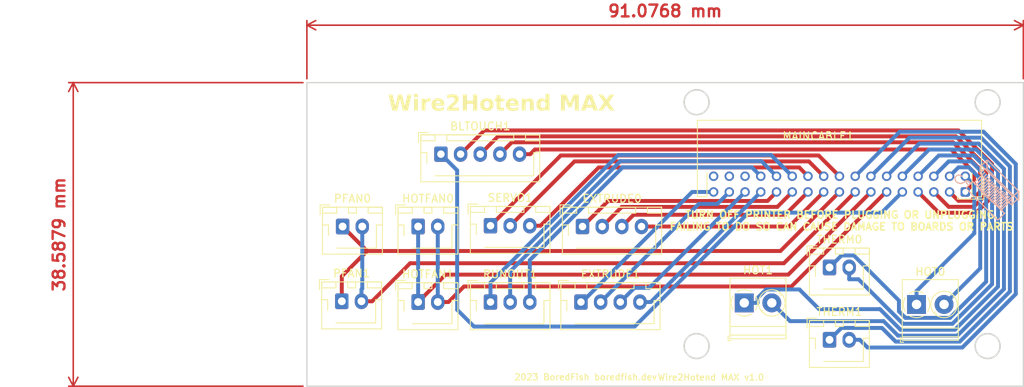
<source format=kicad_pcb>
(kicad_pcb (version 20221018) (generator pcbnew)
  (layers (0 "F.Cu" signal) (31 "B.Cu" signal) (34 "B.Paste" user) (35 "F.Paste" user) (36 "B.SilkS" user "B.Silkscreen") (37 "F.SilkS" user "F.Silkscreen") (38 "B.Mask" user) (39 "F.Mask" user) (44 "Edge.Cuts" user))
  (net 0 "")
  (net 1 "Net-(BLTOUCH1-Pin_1)")
  (net 2 "Net-(BLTOUCH1-Pin_2)")
  (net 3 "Net-(BLTOUCH1-Pin_3)")
  (net 4 "Net-(BLTOUCH1-Pin_4)")
  (net 5 "Net-(BLTOUCH1-Pin_5)")
  (net 6 "Net-(EXTRUDE0-Pin_4)")
  (net 7 "Net-(EXTRUDE0-Pin_3)")
  (net 8 "Net-(EXTRUDE0-Pin_2)")
  (net 9 "Net-(EXTRUDE0-Pin_1)")
  (net 10 "Net-(EXTRUDE1-Pin_4)")
  (net 11 "Net-(EXTRUDE1-Pin_3)")
  (net 12 "Net-(EXTRUDE1-Pin_2)")
  (net 13 "Net-(EXTRUDE1-Pin_1)")
  (net 14 "Net-(HOT0-Pin_2)")
  (net 15 "Net-(HOT0-Pin_1)")
  (net 16 "Net-(HOT1-Pin_2)")
  (net 17 "Net-(HOT1-Pin_1)")
  (net 18 "Net-(HOTFAN0-Pin_2)")
  (net 19 "Net-(HOTFAN0-Pin_1)")
  (net 23 "Net-(MAINCABLE1-Pin_28)")
  (net 24 "Net-(MAINCABLE1-Pin_26)")
  (net 25 "Net-(MAINCABLE1-Pin_24)")
  (net 26 "Net-(MAINCABLE1-Pin_22)")
  (net 27 "Net-(MAINCABLE1-Pin_20)")
  (net 28 "Net-(MAINCABLE1-Pin_18)")
  (net 29 "Net-(MAINCABLE1-Pin_17)")
  (net 30 "Net-(MAINCABLE1-Pin_16)")
  (net 31 "Net-(MAINCABLE1-Pin_15)")
  (net 32 "Net-(MAINCABLE1-Pin_14)")
  (net 33 "Net-(MAINCABLE1-Pin_8)")
  (net 34 "Net-(MAINCABLE1-Pin_6)")
  (footprint "Connector_JST:JST_XH_B2B-XH-AM_1x02_P2.50mm_Vertical" (layer "F.Cu") (at 78.6384 44.8929)
    (fp_text reference "THERM1" (at 1.25 -3.55) (layer "F.SilkS"))
    (fp_text value "Conn_01x02" hide)
    (pad "" np_thru_hole circle (at -1.6 2) (size 1.2 1.2) (drill 1.2) (layers "*.Cu" "*.Mask"))
    (pad "1" thru_hole roundrect (at 0 0) (size 1.7 2) (drill 1) (layers "*.Cu" "*.Mask") (roundrect_rratio 0.1470588235) (net 32 "Net-(MAINCABLE1-Pin_14)"))
    (pad "2" thru_hole oval (at 2.5 0) (size 1.7 2) (drill 1) (layers "*.Cu" "*.Mask") (net 30 "Net-(MAINCABLE1-Pin_16)"))
  )
  (footprint "Connector_JST:JST_PHD_S34B-PHDSS_2x17_P2.00mm_Horizontal" (layer "F.Cu") (at 95.9 26.1 180)
    (fp_text reference "MAINCABLE1" (at 18.7 7.1) (layer "F.SilkS"))
    (fp_text value "Conn_02x17_Odd_Even")
    (pad "1" thru_hole roundrect (at 0 0 180) (size 1.2 1.2) (drill 0.75) (layers "*.Cu" "*.Mask") (roundrect_rratio 0.2083333333) (net 5 "Net-(BLTOUCH1-Pin_5)"))
    (pad "2" thru_hole circle (at 0 2 180) (size 1.2 1.2) (drill 0.75) (layers "*.Cu" "*.Mask") (net 15 "Net-(HOT0-Pin_1)"))
    (pad "3" thru_hole circle (at 2 0 180) (size 1.2 1.2) (drill 0.75) (layers "*.Cu" "*.Mask") (net 4 "Net-(BLTOUCH1-Pin_4)"))
    (pad "4" thru_hole circle (at 2 2 180) (size 1.2 1.2) (drill 0.75) (layers "*.Cu" "*.Mask") (net 14 "Net-(HOT0-Pin_2)"))
    (pad "5" thru_hole circle (at 4 0 180) (size 1.2 1.2) (drill 0.75) (layers "*.Cu" "*.Mask") (net 3 "Net-(BLTOUCH1-Pin_3)"))
    (pad "6" thru_hole circle (at 4 2 180) (size 1.2 1.2) (drill 0.75) (layers "*.Cu" "*.Mask") (net 34 "Net-(MAINCABLE1-Pin_6)"))
    (pad "7" thru_hole circle (at 6 0 180) (size 1.2 1.2) (drill 0.75) (layers "*.Cu" "*.Mask") (net 2 "Net-(BLTOUCH1-Pin_2)"))
    (pad "8" thru_hole circle (at 6 2 180) (size 1.2 1.2) (drill 0.75) (layers "*.Cu" "*.Mask") (net 33 "Net-(MAINCABLE1-Pin_8)"))
    (pad "9" thru_hole circle (at 8 0 180) (size 1.2 1.2) (drill 0.75) (layers "*.Cu" "*.Mask") (net 1 "Net-(BLTOUCH1-Pin_1)"))
    (pad "10" thru_hole circle (at 8 2 180) (size 1.2 1.2) (drill 0.75) (layers "*.Cu" "*.Mask") (net 17 "Net-(HOT1-Pin_1)"))
    (pad "11" thru_hole circle (at 10 0 180) (size 1.2 1.2) (drill 0.75) (layers "*.Cu" "*.Mask") (net 18 "Net-(HOTFAN0-Pin_2)"))
    (pad "12" thru_hole circle (at 10 2 180) (size 1.2 1.2) (drill 0.75) (layers "*.Cu" "*.Mask") (net 16 "Net-(HOT1-Pin_2)"))
    (pad "13" thru_hole circle (at 12 0 180) (size 1.2 1.2) (drill 0.75) (layers "*.Cu" "*.Mask") (net 19 "Net-(HOTFAN0-Pin_1)"))
    (pad "14" thru_hole circle (at 12 2 180) (size 1.2 1.2) (drill 0.75) (layers "*.Cu" "*.Mask") (net 32 "Net-(MAINCABLE1-Pin_14)"))
    (pad "15" thru_hole circle (at 14 0 180) (size 1.2 1.2) (drill 0.75) (layers "*.Cu" "*.Mask") (net 31 "Net-(MAINCABLE1-Pin_15)"))
    (pad "16" thru_hole circle (at 14 2 180) (size 1.2 1.2) (drill 0.75) (layers "*.Cu" "*.Mask") (net 30 "Net-(MAINCABLE1-Pin_16)"))
    (pad "17" thru_hole circle (at 16 0 180) (size 1.2 1.2) (drill 0.75) (layers "*.Cu" "*.Mask") (net 29 "Net-(MAINCABLE1-Pin_17)"))
    (pad "18" thru_hole circle (at 16 2 180) (size 1.2 1.2) (drill 0.75) (layers "*.Cu" "*.Mask") (net 28 "Net-(MAINCABLE1-Pin_18)"))
    (pad "19" thru_hole circle (at 18 0 180) (size 1.2 1.2) (drill 0.75) (layers "*.Cu" "*.Mask") (net 6 "Net-(EXTRUDE0-Pin_4)"))
    (pad "20" thru_hole circle (at 18 2 180) (size 1.2 1.2) (drill 0.75) (layers "*.Cu" "*.Mask") (net 27 "Net-(MAINCABLE1-Pin_20)"))
    (pad "21" thru_hole circle (at 20 0 180) (size 1.2 1.2) (drill 0.75) (layers "*.Cu" "*.Mask") (net 7 "Net-(EXTRUDE0-Pin_3)"))
    (pad "22" thru_hole circle (at 20 2 180) (size 1.2 1.2) (drill 0.75) (layers "*.Cu" "*.Mask") (net 26 "Net-(MAINCABLE1-Pin_22)"))
    (pad "23" thru_hole circle (at 22 0 180) (size 1.2 1.2) (drill 0.75) (layers "*.Cu" "*.Mask") (net 8 "Net-(EXTRUDE0-Pin_2)"))
    (pad "24" thru_hole circle (at 22 2 180) (size 1.2 1.2) (drill 0.75) (layers "*.Cu" "*.Mask") (net 25 "Net-(MAINCABLE1-Pin_24)"))
    (pad "25" thru_hole circle (at 24 0 180) (size 1.2 1.2) (drill 0.75) (layers "*.Cu" "*.Mask") (net 9 "Net-(EXTRUDE0-Pin_1)"))
    (pad "26" thru_hole circle (at 24 2 180) (size 1.2 1.2) (drill 0.75) (layers "*.Cu" "*.Mask") (net 24 "Net-(MAINCABLE1-Pin_26)"))
    (pad "27" thru_hole circle (at 26 0 180) (size 1.2 1.2) (drill 0.75) (layers "*.Cu" "*.Mask") (net 10 "Net-(EXTRUDE1-Pin_4)"))
    (pad "28" thru_hole circle (at 26 2 180) (size 1.2 1.2) (drill 0.75) (layers "*.Cu" "*.Mask") (net 23 "Net-(MAINCABLE1-Pin_28)"))
    (pad "29" thru_hole circle (at 28 0 180) (size 1.2 1.2) (drill 0.75) (layers "*.Cu" "*.Mask") (net 11 "Net-(EXTRUDE1-Pin_3)"))
    (pad "30" thru_hole circle (at 28 2 180) (size 1.2 1.2) (drill 0.75) (layers "*.Cu" "*.Mask"))
    (pad "31" thru_hole circle (at 30 0 180) (size 1.2 1.2) (drill 0.75) (layers "*.Cu" "*.Mask") (net 12 "Net-(EXTRUDE1-Pin_2)"))
    (pad "32" thru_hole circle (at 30 2 180) (size 1.2 1.2) (drill 0.75) (layers "*.Cu" "*.Mask"))
    (pad "33" thru_hole circle (at 32 0 180) (size 1.2 1.2) (drill 0.75) (layers "*.Cu" "*.Mask") (net 13 "Net-(EXTRUDE1-Pin_1)"))
    (pad "34" thru_hole circle (at 32 2 180) (size 1.2 1.2) (drill 0.75) (layers "*.Cu" "*.Mask"))
  )
  (footprint "Connector_JST:JST_XH_B5B-XH-AM_1x05_P2.50mm_Vertical" (layer "F.Cu") (at 29.2384 21.2929)
    (fp_text reference "BLTOUCH1" (at 5 -3.55) (layer "F.SilkS"))
    (fp_text value "Conn_01x05" hide)
    (pad "" np_thru_hole circle (at -1.6 2) (size 1.2 1.2) (drill 1.2) (layers "*.Cu" "*.Mask"))
    (pad "1" thru_hole roundrect (at 0 0) (size 1.7 1.95) (drill 0.95) (layers "*.Cu" "*.Mask") (roundrect_rratio 0.1470588235) (net 1 "Net-(BLTOUCH1-Pin_1)"))
    (pad "2" thru_hole oval (at 2.5 0) (size 1.7 1.95) (drill 0.95) (layers "*.Cu" "*.Mask") (net 2 "Net-(BLTOUCH1-Pin_2)"))
    (pad "3" thru_hole oval (at 5 0) (size 1.7 1.95) (drill 0.95) (layers "*.Cu" "*.Mask") (net 3 "Net-(BLTOUCH1-Pin_3)"))
    (pad "4" thru_hole oval (at 7.5 0) (size 1.7 1.95) (drill 0.95) (layers "*.Cu" "*.Mask") (net 4 "Net-(BLTOUCH1-Pin_4)"))
    (pad "5" thru_hole oval (at 10 0) (size 1.7 1.95) (drill 0.95) (layers "*.Cu" "*.Mask") (net 5 "Net-(BLTOUCH1-Pin_5)"))
  )
  (footprint "TerminalBlock_Phoenix:TerminalBlock_Phoenix_PT-1,5-2-3.5-H_1x02_P3.50mm_Horizontal" (layer "F.Cu") (at 67.8 40.2)
    (fp_text reference "HOT1" (at 1.75 -4.16) (layer "F.SilkS"))
    (fp_text value "Screw_Terminal_01x02")
    (pad "1" thru_hole rect (at 0 0) (size 2.4 2.4) (drill 1.2) (layers "*.Cu" "*.Mask") (net 17 "Net-(HOT1-Pin_1)"))
    (pad "2" thru_hole circle (at 3.5 0) (size 2.4 2.4) (drill 1.2) (layers "*.Cu" "*.Mask") (net 16 "Net-(HOT1-Pin_2)"))
  )
  (footprint "Connector_JST:JST_XH_B4B-XH-AM_1x04_P2.50mm_Vertical" (layer "F.Cu") (at 47.0384 40.0929)
    (fp_text reference "EXTRUDE1" (at 3.75 -3.55) (layer "F.SilkS"))
    (fp_text value "Conn_01x04" hide)
    (pad "" np_thru_hole circle (at -1.6 2) (size 1.2 1.2) (drill 1.2) (layers "*.Cu" "*.Mask"))
    (pad "1" thru_hole roundrect (at 0 0) (size 1.7 1.95) (drill 0.95) (layers "*.Cu" "*.Mask") (roundrect_rratio 0.1470588235) (net 13 "Net-(EXTRUDE1-Pin_1)"))
    (pad "2" thru_hole oval (at 2.5 0) (size 1.7 1.95) (drill 0.95) (layers "*.Cu" "*.Mask") (net 12 "Net-(EXTRUDE1-Pin_2)"))
    (pad "3" thru_hole oval (at 5 0) (size 1.7 1.95) (drill 0.95) (layers "*.Cu" "*.Mask") (net 11 "Net-(EXTRUDE1-Pin_3)"))
    (pad "4" thru_hole oval (at 7.5 0) (size 1.7 1.95) (drill 0.95) (layers "*.Cu" "*.Mask") (net 10 "Net-(EXTRUDE1-Pin_4)"))
  )
  (footprint "Connector_JST:JST_XH_B2B-XH-AM_1x02_P2.50mm_Vertical" (layer "F.Cu") (at 16.6384 39.9929)
    (fp_text reference "PFAN1" (at 1.25 -3.55) (layer "F.SilkS"))
    (fp_text value "Conn_01x02" hide)
    (pad "" np_thru_hole circle (at -1.6 2) (size 1.2 1.2) (drill 1.2) (layers "*.Cu" "*.Mask"))
    (pad "1" thru_hole roundrect (at 0 0) (size 1.7 2) (drill 1) (layers "*.Cu" "*.Mask") (roundrect_rratio 0.1470588235) (net 29 "Net-(MAINCABLE1-Pin_17)"))
    (pad "2" thru_hole oval (at 2.5 0) (size 1.7 2) (drill 1) (layers "*.Cu" "*.Mask") (net 31 "Net-(MAINCABLE1-Pin_15)"))
  )
  (footprint "Connector_JST:JST_XH_B2B-XH-AM_1x02_P2.50mm_Vertical" (layer "F.Cu") (at 78.6384 35.6929)
    (fp_text reference "THERM0" (at 1.25 -3.55) (layer "F.SilkS"))
    (fp_text value "Conn_01x02" hide)
    (pad "" np_thru_hole circle (at -1.6 2) (size 1.2 1.2) (drill 1.2) (layers "*.Cu" "*.Mask"))
    (pad "1" thru_hole roundrect (at 0 0) (size 1.7 2) (drill 1) (layers "*.Cu" "*.Mask") (roundrect_rratio 0.1470588235) (net 34 "Net-(MAINCABLE1-Pin_6)"))
    (pad "2" thru_hole oval (at 2.5 0) (size 1.7 2) (drill 1) (layers "*.Cu" "*.Mask") (net 33 "Net-(MAINCABLE1-Pin_8)"))
  )
  (footprint "TerminalBlock_Phoenix:TerminalBlock_Phoenix_PT-1,5-2-3.5-H_1x02_P3.50mm_Horizontal" (layer "F.Cu") (at 89.7 40.4)
    (fp_text reference "HOT0" (at 1.75 -4.16) (layer "F.SilkS"))
    (fp_text value "Screw_Terminal_01x02")
    (pad "1" thru_hole rect (at 0 0) (size 2.4 2.4) (drill 1.2) (layers "*.Cu" "*.Mask") (net 15 "Net-(HOT0-Pin_1)"))
    (pad "2" thru_hole circle (at 3.5 0) (size 2.4 2.4) (drill 1.2) (layers "*.Cu" "*.Mask") (net 14 "Net-(HOT0-Pin_2)"))
  )
  (footprint "Connector_JST:JST_XH_B3B-XH-AM_1x03_P2.50mm_Vertical" (layer "F.Cu") (at 35.5384 30.3929)
    (fp_text reference "SERVO1" (at 2.5 -3.55) (layer "F.SilkS"))
    (fp_text value "Conn_01x03" hide)
    (pad "" np_thru_hole circle (at -1.6 2) (size 1.2 1.2) (drill 1.2) (layers "*.Cu" "*.Mask"))
    (pad "1" thru_hole roundrect (at 0 0) (size 1.7 1.95) (drill 0.95) (layers "*.Cu" "*.Mask") (roundrect_rratio 0.1470588235) (net 28 "Net-(MAINCABLE1-Pin_18)"))
    (pad "2" thru_hole oval (at 2.5 0) (size 1.7 1.95) (drill 0.95) (layers "*.Cu" "*.Mask") (net 27 "Net-(MAINCABLE1-Pin_20)"))
    (pad "3" thru_hole oval (at 5 0) (size 1.7 1.95) (drill 0.95) (layers "*.Cu" "*.Mask") (net 26 "Net-(MAINCABLE1-Pin_22)"))
  )
  (footprint "Connector_JST:JST_XH_B3B-XH-AM_1x03_P2.50mm_Vertical" (layer "F.Cu") (at 35.5384 40.0929)
    (fp_text reference "RUNOUT1" (at 2.5 -3.55) (layer "F.SilkS"))
    (fp_text value "Conn_01x03" hide)
    (pad "" np_thru_hole circle (at -1.6 2) (size 1.2 1.2) (drill 1.2) (layers "*.Cu" "*.Mask"))
    (pad "1" thru_hole roundrect (at 0 0) (size 1.7 1.95) (drill 0.95) (layers "*.Cu" "*.Mask") (roundrect_rratio 0.1470588235) (net 25 "Net-(MAINCABLE1-Pin_24)"))
    (pad "2" thru_hole oval (at 2.5 0) (size 1.7 1.95) (drill 0.95) (layers "*.Cu" "*.Mask") (net 24 "Net-(MAINCABLE1-Pin_26)"))
    (pad "3" thru_hole oval (at 5 0) (size 1.7 1.95) (drill 0.95) (layers "*.Cu" "*.Mask") (net 23 "Net-(MAINCABLE1-Pin_28)"))
  )
  (footprint "Connector_JST:JST_XH_B4B-XH-AM_1x04_P2.50mm_Vertical" (layer "F.Cu") (at 47.2384 30.4929)
    (fp_text reference "EXTRUDE0" (at 3.75 -3.55) (layer "F.SilkS"))
    (fp_text value "Conn_01x04" hide)
    (pad "" np_thru_hole circle (at -1.6 2) (size 1.2 1.2) (drill 1.2) (layers "*.Cu" "*.Mask"))
    (pad "1" thru_hole roundrect (at 0 0) (size 1.7 1.95) (drill 0.95) (layers "*.Cu" "*.Mask") (roundrect_rratio 0.1470588235) (net 9 "Net-(EXTRUDE0-Pin_1)"))
    (pad "2" thru_hole oval (at 2.5 0) (size 1.7 1.95) (drill 0.95) (layers "*.Cu" "*.Mask") (net 8 "Net-(EXTRUDE0-Pin_2)"))
    (pad "3" thru_hole oval (at 5 0) (size 1.7 1.95) (drill 0.95) (layers "*.Cu" "*.Mask") (net 7 "Net-(EXTRUDE0-Pin_3)"))
    (pad "4" thru_hole oval (at 7.5 0) (size 1.7 1.95) (drill 0.95) (layers "*.Cu" "*.Mask") (net 6 "Net-(EXTRUDE0-Pin_4)"))
  )
  (footprint "Connector_JST:JST_XH_B2B-XH-AM_1x02_P2.50mm_Vertical" (layer "F.Cu") (at 16.7384 30.4929)
    (fp_text reference "PFAN0" (at 1.25 -3.55) (layer "F.SilkS"))
    (fp_text value "Conn_01x02" hide)
    (pad "" np_thru_hole circle (at -1.6 2) (size 1.2 1.2) (drill 1.2) (layers "*.Cu" "*.Mask"))
    (pad "1" thru_hole roundrect (at 0 0) (size 1.7 2) (drill 1) (layers "*.Cu" "*.Mask") (roundrect_rratio 0.1470588235) (net 29 "Net-(MAINCABLE1-Pin_17)"))
    (pad "2" thru_hole oval (at 2.5 0) (size 1.7 2) (drill 1) (layers "*.Cu" "*.Mask") (net 31 "Net-(MAINCABLE1-Pin_15)"))
  )
  (footprint "Connector_JST:JST_XH_B2B-XH-AM_1x02_P2.50mm_Vertical" (layer "F.Cu") (at 26.3384 40.0929)
    (fp_text reference "HOTFAN1" (at 1.25 -3.55) (layer "F.SilkS"))
    (fp_text value "Conn_01x02" hide)
    (pad "" np_thru_hole circle (at -1.6 2) (size 1.2 1.2) (drill 1.2) (layers "*.Cu" "*.Mask"))
    (pad "1" thru_hole roundrect (at 0 0) (size 1.7 2) (drill 1) (layers "*.Cu" "*.Mask") (roundrect_rratio 0.1470588235) (net 19 "Net-(HOTFAN0-Pin_1)"))
    (pad "2" thru_hole oval (at 2.5 0) (size 1.7 2) (drill 1) (layers "*.Cu" "*.Mask") (net 18 "Net-(HOTFAN0-Pin_2)"))
  )
  (footprint "Connector_JST:JST_XH_B2B-XH-AM_1x02_P2.50mm_Vertical" (layer "F.Cu") (at 26.3384 30.4929)
    (fp_text reference "HOTFAN0" (at 1.25 -3.55) (layer "F.SilkS"))
    (fp_text value "Conn_01x02" hide)
    (pad "" np_thru_hole circle (at -1.6 2) (size 1.2 1.2) (drill 1.2) (layers "*.Cu" "*.Mask"))
    (pad "1" thru_hole roundrect (at 0 0) (size 1.7 2) (drill 1) (layers "*.Cu" "*.Mask") (roundrect_rratio 0.1470588235) (net 19 "Net-(HOTFAN0-Pin_1)"))
    (pad "2" thru_hole oval (at 2.5 0) (size 1.7 2) (drill 1) (layers "*.Cu" "*.Mask") (net 18 "Net-(HOTFAN0-Pin_2)"))
  )
  (gr_line (start 100.6898 26.0229) (end 99.4452 27.2675) (stroke (width 0.1524)) (layer "B.SilkS"))
  (gr_line (start 101.0962 26.3023) (end 99.8516 27.5469) (stroke (width 0.1524)) (layer "B.SilkS"))
  (gr_line (start 98.5816 23.8639) (end 97.337 25.1085) (stroke (width 0.1524)) (layer "B.SilkS"))
  (gr_line (start 102.0614 26.5817) (end 101.9598 26.5817) (stroke (width 0.1524)) (layer "B.SilkS"))
  (gr_line (start 98.6578 23.1781) (end 98.6578 23.1527) (stroke (width 0.1524)) (layer "B.SilkS"))
  (gr_line (start 98.988 24.3719) (end 97.7434 25.6165) (stroke (width 0.1524)) (layer "B.SilkS"))
  (gr_line (start 96.2956 24.7021) (end 96.067 24.7021) (stroke (width 0.1524)) (layer "B.SilkS"))
  (gr_line (start 101.4772 26.6579) (end 100.2326 27.9025) (stroke (width 0.1524)) (layer "B.SilkS"))
  (gr_line (start 99.9786 29.6297) (end 96.2194 25.8705) (stroke (width 0.1524)) (layer "B.SilkS"))
  (gr_line (start 100.0548 27.6993) (end 100.0548 27.9533) (stroke (width 0.1524)) (layer "B.SilkS"))
  (gr_line (start 96.7782 24.7275) (end 100.8422 28.7915) (stroke (width 0.1524)) (layer "B.SilkS"))
  (gr_line (start 98.353 23.6099) (end 97.1084 24.8545) (stroke (width 0.1524)) (layer "B.SilkS"))
  (gr_line (start 97.5402 25.3879) (end 97.5402 25.6419) (stroke (width 0.1524)) (layer "B.SilkS"))
  (gr_line (start 102.6202 26.0229) (end 102.0614 26.5817) (stroke (width 0.1524)) (layer "B.SilkS"))
  (gr_line (start 102.5948 27.1151) (end 98.6578 23.1781) (stroke (width 0.1524)) (layer "B.SilkS"))
  (gr_line (start 100.893 26.1753) (end 99.6484 27.4199) (stroke (width 0.1524)) (layer "B.SilkS"))
  (gr_line (start 100.0802 29.6297) (end 99.9786 29.6297) (stroke (width 0.1524)) (layer "B.SilkS"))
  (gr_line (start 100.9184 28.7915) (end 100.0802 29.6297) (stroke (width 0.1524)) (layer "B.SilkS"))
  (gr_line (start 98.353 23.1527) (end 97.7688 23.7369) (stroke (width 0.1524)) (layer "B.SilkS"))
  (gr_line (start 102.417 27.0897) (end 101.8328 27.6739) (stroke (width 0.1524)) (layer "B.SilkS"))
  (gr_line (start 96.067 24.9815) (end 96.2702 25.1847) (stroke (width 0.1524)) (layer "B.SilkS"))
  (gr_line (start 100.2834 25.6927) (end 99.0388 26.9373) (stroke (width 0.1524)) (layer "B.SilkS"))
  (gr_line (start 100.8422 28.7915) (end 100.9184 28.7915) (stroke (width 0.1524)) (layer "B.SilkS"))
  (gr_line (start 99.4452 27.2675) (end 99.4452 27.5215) (stroke (width 0.1524)) (layer "B.SilkS"))
  (gr_arc (start 94.924 24.9053) (mid 94.668715 24.180612) (end 95.431999 24.092502) (stroke (width 0.1524)) (layer "B.SilkS"))
  (gr_line (start 98.6578 23.1527) (end 98.353 23.1527) (stroke (width 0.1524)) (layer "B.SilkS"))
  (gr_line (start 101.7312 27.6993) (end 97.7942 23.7623) (stroke (width 0.1524)) (layer "B.SilkS"))
  (gr_line (start 100.5882 28.2581) (end 100.5882 28.5121) (stroke (width 0.1524)) (layer "B.SilkS"))
  (gr_line (start 97.337 25.1085) (end 97.337 25.3625) (stroke (width 0.1524)) (layer "B.SilkS"))
  (gr_line (start 96.067 25.5149) (end 96.829 24.7529) (stroke (width 0.1524)) (layer "B.SilkS"))
  (gr_line (start 97.7942 23.7623) (end 97.7942 22.6447) (stroke (width 0.1524)) (layer "B.SilkS"))
  (gr_line (start 96.067 24.7021) (end 96.067 24.9815) (stroke (width 0.1524)) (layer "B.SilkS"))
  (gr_line (start 100.4358 28.0803) (end 100.4358 28.3343) (stroke (width 0.1524)) (layer "B.SilkS"))
  (gr_line (start 101.2994 26.4547) (end 100.0548 27.6993) (stroke (width 0.1524)) (layer "B.SilkS"))
  (gr_line (start 102.6964 26.0229) (end 102.6964 27.1405) (stroke (width 0.1524)) (layer "B.SilkS"))
  (gr_line (start 98.6578 23.1527) (end 98.6578 22.0605) (stroke (width 0.1524)) (layer "B.SilkS"))
  (gr_line (start 98.6578 26.6071) (end 98.6578 26.8611) (stroke (width 0.1524)) (layer "B.SilkS"))
  (gr_line (start 96.067 25.8705) (end 96.067 25.5149) (stroke (width 0.1524)) (layer "B.SilkS"))
  (gr_arc (start 95.4828 25.0069) (mid 95.222298 25.012136) (end 94.9748 24.930701) (stroke (width 0.1524)) (layer "B.SilkS"))
  (gr_line (start 99.242 27.1151) (end 99.242 27.3691) (stroke (width 0.1524)) (layer "B.SilkS"))
  (gr_line (start 99.6484 27.4199) (end 99.6484 27.6739) (stroke (width 0.1524)) (layer "B.SilkS"))
  (gr_line (start 99.5468 24.9815) (end 98.3022 26.2261) (stroke (width 0.1524)) (layer "B.SilkS"))
  (gr_line (start 98.7594 22.0859) (end 102.6964 26.0229) (stroke (width 0.1524)) (layer "B.SilkS"))
  (gr_line (start 99.3436 24.8037) (end 98.099 26.0483) (stroke (width 0.1524)) (layer "B.SilkS"))
  (gr_line (start 97.9212 25.8451) (end 97.9212 26.0991) (stroke (width 0.1524)) (layer "B.SilkS"))
  (gr_line (start 98.3022 26.2261) (end 98.3022 26.4801) (stroke (width 0.1524)) (layer "B.SilkS"))
  (gr_line (start 101.8328 26.6071) (end 101.8328 27.6739) (stroke (width 0.1524)) (layer "B.SilkS"))
  (gr_line (start 99.8516 27.5469) (end 99.8516 27.8009) (stroke (width 0.1524)) (layer "B.SilkS"))
  (gr_line (start 97.7434 25.6165) (end 97.7434 25.8705) (stroke (width 0.1524)) (layer "B.SilkS"))
  (gr_line (start 98.4546 26.4293) (end 98.4546 26.6833) (stroke (width 0.1524)) (layer "B.SilkS"))
  (gr_line (start 101.6804 26.8357) (end 100.4358 28.0803) (stroke (width 0.1524)) (layer "B.SilkS"))
  (gr_line (start 99.1658 24.6005) (end 97.9212 25.8451) (stroke (width 0.1524)) (layer "B.SilkS"))
  (gr_line (start 100.1056 25.4895) (end 98.861 26.7341) (stroke (width 0.1524)) (layer "B.SilkS"))
  (gr_line (start 97.8958 22.6701) (end 101.8328 26.6071) (stroke (width 0.1524)) (layer "B.SilkS"))
  (gr_arc (start 96.0162 24.6259) (mid 95.789383 24.848105) (end 95.4828 24.9307) (stroke (width 0.1524)) (layer "B.SilkS"))
  (gr_line (start 100.2326 27.9025) (end 100.2326 28.1565) (stroke (width 0.1524)) (layer "B.SilkS"))
  (gr_line (start 100.4866 25.8705) (end 99.242 27.1151) (stroke (width 0.1524)) (layer "B.SilkS"))
  (gr_line (start 101.8328 27.0135) (end 100.5882 28.2581) (stroke (width 0.1524)) (layer "B.SilkS"))
  (gr_line (start 102.671 27.0897) (end 102.417 27.0897) (stroke (width 0.1524)) (layer "B.SilkS"))
  (gr_line (start 99.9024 25.3625) (end 98.6578 26.6071) (stroke (width 0.1524)) (layer "B.SilkS"))
  (gr_line (start 97.1084 24.8545) (end 97.1084 25.1085) (stroke (width 0.1524)) (layer "B.SilkS"))
  (gr_line (start 99.0388 26.9373) (end 99.0388 27.1913) (stroke (width 0.1524)) (layer "B.SilkS"))
  (gr_line (start 98.099 26.0483) (end 98.099 26.3023) (stroke (width 0.1524)) (layer "B.SilkS"))
  (gr_line (start 96.4988 24.9053) (end 96.2956 24.7021) (stroke (width 0.1524)) (layer "B.SilkS"))
  (gr_line (start 98.607 22.0859) (end 98.0228 22.6701) (stroke (width 0.1524)) (layer "B.SilkS"))
  (gr_line (start 96.2194 25.8705) (end 96.067 25.8705) (stroke (width 0.1524)) (layer "B.SilkS"))
  (gr_line (start 98.7848 24.1433) (end 97.5402 25.3879) (stroke (width 0.1524)) (layer "B.SilkS"))
  (gr_line (start 99.6992 25.1847) (end 98.4546 26.4293) (stroke (width 0.1524)) (layer "B.SilkS"))
  (gr_line (start 98.0228 22.6701) (end 97.8958 22.6701) (stroke (width 0.1524)) (layer "B.SilkS"))
  (gr_line (start 98.861 26.7341) (end 98.861 26.9881) (stroke (width 0.1524)) (layer "B.SilkS"))
  (gr_line (start 101.8328 27.6739) (end 101.8328 27.7247) (stroke (width 0.1524)) (layer "B.SilkS"))
  (gr_line (start 57.7384 12.2) (end 12.2 12.2) (stroke (width 0.1524)) (layer "Edge.Cuts"))
  (gr_line (start 103.2768 50.7879) (end 57.7384 50.7879) (stroke (width 0.1524)) (layer "Edge.Cuts"))
  (gr_circle (center 98.7384 14.6929) (end 99.6384 13.3929) (stroke (width 0.2)) (fill none) (layer "Edge.Cuts"))
  (gr_circle (center 61.7384 14.6929) (end 62.6384 13.3929) (stroke (width 0.2)) (fill none) (layer "Edge.Cuts"))
  (gr_line (start 103.2768 50.7879) (end 103.2768 12.2) (stroke (width 0.1524)) (layer "Edge.Cuts"))
  (gr_circle (center 61.7384 45.6929) (end 62.6384 44.3929) (stroke (width 0.2)) (fill none) (layer "Edge.Cuts"))
  (gr_line (start 57.7384 50.7879) (end 12.2 50.7879) (stroke (width 0.1524)) (layer "Edge.Cuts"))
  (gr_line (start 12.2 50.7879) (end 12.2 12.2) (stroke (width 0.1524)) (layer "Edge.Cuts"))
  (gr_line (start 103.2768 12.2) (end 57.7384 12.2) (stroke (width 0.1524)) (layer "Edge.Cuts"))
  (gr_circle (center 98.7384 45.6929) (end 99.6384 44.3929) (stroke (width 0.2)) (fill none) (layer "Edge.Cuts"))
  (gr_text "TURN OFF PRINTER BEFORE PLUGGING OR UNPLUGGING.\nFAILING TO DO SO CAN CAUSE DAMAGE TO BOARDS OR PARTS" (at 80.1666 29.7567) (layer "F.SilkS") (effects (font (size 0.93472 0.93472) (thickness 0.2) bold)))
  (gr_text "Wire2Hotend MAX v1.0" (at 70.4 49.2) (layer "F.SilkS") (effects (font (size 0.8 0.8) (thickness 0.140208) bold) (justify right top)))
  (gr_text "2023 BoredFish boredfish.dev" (at 38.5 50.1) (layer "F.SilkS") (effects (font (size 0.8 0.8) (thickness 0.140208) bold) (justify left bottom)))
  (gr_text "Wire2Hotend MAX" (at 22.5 16.1) (layer "F.SilkS") (effects (font (size 2 2) (thickness 0.2) bold italic) (justify left bottom)))
  (dimension (type aligned) (layer "F.Cu") (pts (xy 103.2768 12.2) (xy 12.2 12.2)) (height 7.3) (gr_text "91.0768 mm" (at 57.7384 3.1) (layer "F.Cu") (effects (font (size 1.5 1.5) (thickness 0.3)))) (format (prefix "") (suffix "") (units 3) (units_format 1) (precision 4)) (style (thickness 0.2) (arrow_length 1.27) (text_position_mode 0) (extension_height 0.58642) (extension_offset 0.5) keep_text_aligned))
  (dimension (type aligned) (layer "F.Cu") (pts (xy 12.2 50.7879) (xy 12.2 12.2)) (height -29.7) (gr_text "38.5879 mm" (at -19.3 31.49395 90) (layer "F.Cu") (effects (font (size 1.5 1.5) (thickness 0.3)))) (format (prefix "") (suffix "") (units 3) (units_format 1) (precision 4)) (style (thickness 0.2) (arrow_length 1.27) (text_position_mode 0) (extension_height 0.58642) (extension_offset 0.5) keep_text_aligned))
  (segment (start 33.4379 43.2066) (end 53.86 43.2066) (width 0.5) (layer "B.Cu") (net 1))
  (segment (start 85.2732 28.7268) (end 87.9 26.1) (width 0.5) (layer "B.Cu") (net 1))
  (segment (start 31.2988 41.0675) (end 33.4379 43.2066) (width 0.5) (layer "B.Cu") (net 1))
  (segment (start 31.2988 23.3533) (end 31.2988 41.0675) (width 0.5) (layer "B.Cu") (net 1))
  (segment (start 68.3398 28.7268) (end 85.2732 28.7268) (width 0.5) (layer "B.Cu") (net 1))
  (segment (start 29.2384 21.2929) (end 31.2988 23.3533) (width 0.5) (layer "B.Cu") (net 1))
  (segment (start 53.86 43.2066) (end 68.3398 28.7268) (width 0.5) (layer "B.Cu") (net 1))
  (segment (start 34.7549 18.2764) (end 31.7384 21.2929) (width 0.5) (layer "F.Cu") (net 2))
  (segment (start 99.2982 26.7277) (end 99.2982 22.559) (width 0.5) (layer "F.Cu") (net 2))
  (segment (start 95.0156 18.2764) (end 34.7549 18.2764) (width 0.5) (layer "F.Cu") (net 2))
  (segment (start 92.5443 28.7443) (end 97.2816 28.7443) (width 0.5) (layer "F.Cu") (net 2))
  (segment (start 89.9 26.1) (end 92.5443 28.7443) (width 0.5) (layer "F.Cu") (net 2))
  (segment (start 97.2816 28.7443) (end 99.2982 26.7277) (width 0.5) (layer "F.Cu") (net 2))
  (segment (start 99.2982 22.559) (end 95.0156 18.2764) (width 0.5) (layer "F.Cu") (net 2))
  (segment (start 94.7031 19.0305) (end 98.5441 22.8715) (width 0.5) (layer "F.Cu") (net 3))
  (segment (start 36.5008 19.0305) (end 94.7031 19.0305) (width 0.5) (layer "F.Cu") (net 3))
  (segment (start 96.9691 27.9902) (end 93.7902 27.9902) (width 0.5) (layer "F.Cu") (net 3))
  (segment (start 34.2384 21.2929) (end 36.5008 19.0305) (width 0.5) (layer "F.Cu") (net 3))
  (segment (start 98.5441 26.4152) (end 96.9691 27.9902) (width 0.5) (layer "F.Cu") (net 3))
  (segment (start 98.5441 22.8715) (end 98.5441 26.4152) (width 0.5) (layer "F.Cu") (net 3))
  (segment (start 93.7902 27.9902) (end 91.9 26.1) (width 0.5) (layer "F.Cu") (net 3))
  (segment (start 36.7384 21.2929) (end 38.2466 19.7847) (width 0.5) (layer "F.Cu") (net 4))
  (segment (start 97.7797 26.0668) (end 96.6262 27.2203) (width 0.5) (layer "F.Cu") (net 4))
  (segment (start 95.0203 27.2203) (end 93.9 26.1) (width 0.5) (layer "F.Cu") (net 4))
  (segment (start 96.6262 27.2203) (end 95.0203 27.2203) (width 0.5) (layer "F.Cu") (net 4))
  (segment (start 97.7797 23.2389) (end 97.7797 26.0668) (width 0.5) (layer "F.Cu") (net 4))
  (segment (start 38.2466 19.7847) (end 94.3255 19.7847) (width 0.5) (layer "F.Cu") (net 4))
  (segment (start 94.3255 19.7847) (end 97.7797 23.2389) (width 0.5) (layer "F.Cu") (net 4))
  (segment (start 41.1826 20.7028) (end 94.0973 20.7028) (width 0.5) (layer "F.Cu") (net 5))
  (segment (start 97.013 23.6185) (end 97.013 24.987) (width 0.5) (layer "F.Cu") (net 5))
  (segment (start 39.2384 21.2929) (end 40.5925 21.2929) (width 0.5) (layer "F.Cu") (net 5))
  (segment (start 94.0973 20.7028) (end 97.013 23.6185) (width 0.5) (layer "F.Cu") (net 5))
  (segment (start 40.5925 21.2929) (end 41.1826 20.7028) (width 0.5) (layer "F.Cu") (net 5))
  (segment (start 97.013 24.987) (end 95.9 26.1) (width 0.5) (layer "F.Cu") (net 5))
  (segment (start 54.7384 30.4929) (end 56.0925 30.4929) (width 0.5) (layer "F.Cu") (net 6))
  (segment (start 77.9 26.1) (end 73.5071 30.4929) (width 0.5) (layer "F.Cu") (net 6))
  (segment (start 73.5071 30.4929) (end 56.0925 30.4929) (width 0.5) (layer "F.Cu") (net 6))
  (segment (start 73.0014 28.9986) (end 75.9 26.1) (width 0.5) (layer "F.Cu") (net 7))
  (segment (start 53.7327 28.9986) (end 73.0014 28.9986) (width 0.5) (layer "F.Cu") (net 7))
  (segment (start 52.2384 30.4929) (end 53.7327 28.9986) (width 0.5) (layer "F.Cu") (net 7))
  (segment (start 72.0024 27.9976) (end 73.9 26.1) (width 0.5) (layer "F.Cu") (net 8))
  (segment (start 52.2337 27.9976) (end 72.0024 27.9976) (width 0.5) (layer "F.Cu") (net 8))
  (segment (start 49.7384 30.4929) (end 52.2337 27.9976) (width 0.5) (layer "F.Cu") (net 8))
  (segment (start 47.2384 30.4929) (end 50.4878 27.2435) (width 0.5) (layer "F.Cu") (net 9))
  (segment (start 70.7565 27.2435) (end 71.9 26.1) (width 0.5) (layer "F.Cu") (net 9))
  (segment (start 50.4878 27.2435) (end 70.7565 27.2435) (width 0.5) (layer "F.Cu") (net 9))
  (segment (start 54.5384 40.0929) (end 55.9071 40.0929) (width 0.5) (layer "B.Cu") (net 10))
  (segment (start 55.9071 40.0929) (end 69.9 26.1) (width 0.5) (layer "B.Cu") (net 10))
  (segment (start 52.0384 40.0929) (end 53.8408 38.2905) (width 0.5) (layer "B.Cu") (net 11))
  (segment (start 53.8408 38.2905) (end 55.7095 38.2905) (width 0.5) (layer "B.Cu") (net 11))
  (segment (start 55.7095 38.2905) (end 67.9 26.1) (width 0.5) (layer "B.Cu") (net 11))
  (segment (start 64.3795 27.6205) (end 65.9 26.1) (width 0.5) (layer "B.Cu") (net 12))
  (segment (start 49.5384 40.0929) (end 62.0108 27.6205) (width 0.5) (layer "B.Cu") (net 12))
  (segment (start 62.0108 27.6205) (end 64.3795 27.6205) (width 0.5) (layer "B.Cu") (net 12))
  (segment (start 47.1784 40.0929) (end 61.1713 26.1) (width 0.5) (layer "B.Cu") (net 13))
  (segment (start 47.0384 40.0929) (end 47.1784 40.0929) (width 0.5) (layer "B.Cu") (net 13))
  (segment (start 61.1713 26.1) (end 63.9 26.1) (width 0.5) (layer "B.Cu") (net 13))
  (segment (start 95.0309 22.9691) (end 93.9 24.1) (width 0.5) (layer "B.Cu") (net 14))
  (segment (start 93.2 40.4) (end 97.795 35.805) (width 0.5) (layer "B.Cu") (net 14))
  (segment (start 96.3446 22.9691) (end 95.0309 22.9691) (width 0.5) (layer "B.Cu") (net 14))
  (segment (start 97.795 35.805) (end 97.795 24.4195) (width 0.5) (layer "B.Cu") (net 14))
  (segment (start 97.795 24.4195) (end 96.3446 22.9691) (width 0.5) (layer "B.Cu") (net 14))
  (segment (start 89.7 38.6959) (end 97.0393 31.3566) (width 0.5) (layer "B.Cu") (net 15))
  (segment (start 97.0393 25.2393) (end 95.9 24.1) (width 0.5) (layer "B.Cu") (net 15))
  (segment (start 89.7 40.4) (end 89.7 38.6959) (width 0.5) (layer "B.Cu") (net 15))
  (segment (start 97.0393 31.3566) (end 97.0393 25.2393) (width 0.5) (layer "B.Cu") (net 15))
  (segment (start 90.0473 19.9527) (end 85.9 24.1) (width 0.5) (layer "B.Cu") (net 16))
  (segment (start 100.8114 38.4436) (end 100.8114 23.1695) (width 0.5) (layer "B.Cu") (net 16))
  (segment (start 87.3537 44.3664) (end 94.8886 44.3664) (width 0.5) (layer "B.Cu") (net 16))
  (segment (start 85.5067 42.5194) (end 87.3537 44.3664) (width 0.5) (layer "B.Cu") (net 16))
  (segment (start 71.3 40.2) (end 73.6194 42.5194) (width 0.5) (layer "B.Cu") (net 16))
  (segment (start 73.6194 42.5194) (end 85.5067 42.5194) (width 0.5) (layer "B.Cu") (net 16))
  (segment (start 97.5946 19.9527) (end 90.0473 19.9527) (width 0.5) (layer "B.Cu") (net 16))
  (segment (start 100.8114 23.1695) (end 97.5946 19.9527) (width 0.5) (layer "B.Cu") (net 16))
  (segment (start 94.8886 44.3664) (end 100.8114 38.4436) (width 0.5) (layer "B.Cu") (net 16))
  (segment (start 100.0573 38.1311) (end 100.0573 23.482) (width 0.5) (layer "B.Cu") (net 17))
  (segment (start 69.5041 39.561) (end 70.5743 38.4908) (width 0.5) (layer "B.Cu") (net 17))
  (segment (start 97.2821 20.7068) (end 91.2932 20.7068) (width 0.5) (layer "B.Cu") (net 17))
  (segment (start 100.0573 23.482) (end 97.2821 20.7068) (width 0.5) (layer "B.Cu") (net 17))
  (segment (start 87.6662 43.6123) (end 94.5761 43.6123) (width 0.5) (layer "B.Cu") (net 17))
  (segment (start 69.5041 40.2) (end 69.5041 39.561) (width 0.5) (layer "B.Cu") (net 17))
  (segment (start 67.8 40.2) (end 69.5041 40.2) (width 0.5) (layer "B.Cu") (net 17))
  (segment (start 74.8067 38.4908) (end 77.3085 40.9926) (width 0.5) (layer "B.Cu") (net 17))
  (segment (start 77.3085 40.9926) (end 85.0465 40.9926) (width 0.5) (layer "B.Cu") (net 17))
  (segment (start 94.5761 43.6123) (end 100.0573 38.1311) (width 0.5) (layer "B.Cu") (net 17))
  (segment (start 91.2932 20.7068) (end 87.9 24.1) (width 0.5) (layer "B.Cu") (net 17))
  (segment (start 70.5743 38.4908) (end 74.8067 38.4908) (width 0.5) (layer "B.Cu") (net 17))
  (segment (start 85.0465 40.9926) (end 87.6662 43.6123) (width 0.5) (layer "B.Cu") (net 17))
  (segment (start 73.7986 38.1149) (end 32.1705 38.1149) (width 0.5) (layer "F.Cu") (net 18))
  (segment (start 28.8384 40.0929) (end 30.1925 40.0929) (width 0.5) (layer "F.Cu") (net 18))
  (segment (start 85.9 26.1) (end 85.8135 26.1) (width 0.5) (layer "F.Cu") (net 18))
  (segment (start 85.8135 26.1) (end 73.7986 38.1149) (width 0.5) (layer "F.Cu") (net 18))
  (segment (start 32.1705 38.1149) (end 30.1925 40.0929) (width 0.5) (layer "F.Cu") (net 18))
  (segment (start 28.8384 30.4929) (end 28.8384 40.0929) (width 0.5) (layer "B.Cu") (net 18))
  (segment (start 83.9 26.1) (end 73.3934 36.6066) (width 0.5) (layer "F.Cu") (net 19))
  (segment (start 29.8247 36.6066) (end 26.3384 40.0929) (width 0.5) (layer "F.Cu") (net 19))
  (segment (start 73.3934 36.6066) (end 29.8247 36.6066) (width 0.5) (layer "F.Cu") (net 19))
  (segment (start 26.3384 30.4929) (end 26.3384 40.0929) (width 0.5) (layer "B.Cu") (net 19))
  (segment (start 68.7642 22.9642) (end 69.9 24.1) (width 0.5) (layer "B.Cu") (net 23))
  (segment (start 52.3386 22.9642) (end 68.7642 22.9642) (width 0.5) (layer "B.Cu") (net 23))
  (segment (start 40.5384 34.7644) (end 52.3386 22.9642) (width 0.5) (layer "B.Cu") (net 23))
  (segment (start 40.5384 40.0929) (end 40.5384 34.7644) (width 0.5) (layer "B.Cu") (net 23))
  (segment (start 69.9785 22.1785) (end 71.9 24.1) (width 0.5) (layer "B.Cu") (net 24))
  (segment (start 52.0577 22.1785) (end 69.9785 22.1785) (width 0.5) (layer "B.Cu") (net 24))
  (segment (start 38.0384 36.1978) (end 52.0577 22.1785) (width 0.5) (layer "B.Cu") (net 24))
  (segment (start 38.0384 40.0929) (end 38.0384 36.1978) (width 0.5) (layer "B.Cu") (net 24))
  (segment (start 51.7694 21.4002) (end 71.2002 21.4002) (width 0.5) (layer "B.Cu") (net 25))
  (segment (start 35.5384 40.0929) (end 35.5384 37.6312) (width 0.5) (layer "B.Cu") (net 25))
  (segment (start 71.2002 21.4002) (end 73.9 24.1) (width 0.5) (layer "B.Cu") (net 25))
  (segment (start 35.5384 37.6312) (end 51.7694 21.4002) (width 0.5) (layer "B.Cu") (net 25))
  (segment (start 49.3029 22.9825) (end 74.7825 22.9825) (width 0.5) (layer "F.Cu") (net 26))
  (segment (start 74.7825 22.9825) (end 75.9 24.1) (width 0.5) (layer "F.Cu") (net 26))
  (segment (start 41.8925 30.3929) (end 49.3029 22.9825) (width 0.5) (layer "F.Cu") (net 26))
  (segment (start 40.5384 30.3929) (end 41.8925 30.3929) (width 0.5) (layer "F.Cu") (net 26))
  (segment (start 76.0151 22.2151) (end 77.9 24.1) (width 0.5) (layer "F.Cu") (net 27))
  (segment (start 38.0384 30.3929) (end 46.2162 22.2151) (width 0.5) (layer "F.Cu") (net 27))
  (segment (start 46.2162 22.2151) (end 76.0151 22.2151) (width 0.5) (layer "F.Cu") (net 27))
  (segment (start 77.2578 21.4578) (end 79.9 24.1) (width 0.5) (layer "F.Cu") (net 28))
  (segment (start 44.4735 21.4578) (end 77.2578 21.4578) (width 0.5) (layer "F.Cu") (net 28))
  (segment (start 35.5384 30.3929) (end 44.4735 21.4578) (width 0.5) (layer "F.Cu") (net 28))
  (segment (start 79.9 26.1) (end 72.3945 33.6055) (width 0.5) (layer "F.Cu") (net 29))
  (segment (start 19.851 33.6055) (end 16.6384 36.8181) (width 0.5) (layer "F.Cu") (net 29))
  (segment (start 72.3945 33.6055) (end 19.851 33.6055) (width 0.5) (layer "F.Cu") (net 29))
  (segment (start 16.6384 36.8181) (end 16.6384 39.9929) (width 0.5) (layer "F.Cu") (net 29))
  (segment (start 19.851 33.6055) (end 16.7384 30.4929) (width 0.5) (layer "F.Cu") (net 29))
  (segment (start 81.1384 44.8929) (end 82.4925 44.8929) (width 0.5) (layer "B.Cu") (net 30))
  (segment (start 98.2196 18.4445) (end 87.5555 18.4445) (width 0.5) (layer "B.Cu") (net 30))
  (segment (start 87.5555 18.4445) (end 81.9 24.1) (width 0.5) (layer "B.Cu") (net 30))
  (segment (start 82.4925 44.8929) (end 83.4742 45.8746) (width 0.5) (layer "B.Cu") (net 30))
  (segment (start 102.3196 39.0686) (end 102.3196 22.5445) (width 0.5) (layer "B.Cu") (net 30))
  (segment (start 83.4742 45.8746) (end 95.5136 45.8746) (width 0.5) (layer "B.Cu") (net 30))
  (segment (start 102.3196 22.5445) (end 98.2196 18.4445) (width 0.5) (layer "B.Cu") (net 30))
  (segment (start 95.5136 45.8746) (end 102.3196 39.0686) (width 0.5) (layer "B.Cu") (net 30))
  (segment (start 72.8421 35.1579) (end 25.3275 35.1579) (width 0.5) (layer "F.Cu") (net 31))
  (segment (start 19.1384 39.9929) (end 20.4925 39.9929) (width 0.5) (layer "F.Cu") (net 31))
  (segment (start 25.3275 35.1579) (end 20.4925 39.9929) (width 0.5) (layer "F.Cu") (net 31))
  (segment (start 81.9 26.1) (end 72.8421 35.1579) (width 0.5) (layer "F.Cu") (net 31))
  (segment (start 19.1384 39.9929) (end 19.1384 38.4888) (width 0.5) (layer "B.Cu") (net 31))
  (segment (start 19.2384 38.3888) (end 19.2384 30.4929) (width 0.5) (layer "B.Cu") (net 31))
  (segment (start 19.1384 38.4888) (end 19.2384 38.3888) (width 0.5) (layer "B.Cu") (net 31))
  (segment (start 78.6384 44.8929) (end 80.1453 43.386) (width 0.5) (layer "B.Cu") (net 32))
  (segment (start 87.0412 45.1205) (end 95.2011 45.1205) (width 0.5) (layer "B.Cu") (net 32))
  (segment (start 95.2011 45.1205) (end 101.5655 38.7561) (width 0.5) (layer "B.Cu") (net 32))
  (segment (start 101.5655 38.7561) (end 101.5655 22.857) (width 0.5) (layer "B.Cu") (net 32))
  (segment (start 80.1453 43.386) (end 85.3067 43.386) (width 0.5) (layer "B.Cu") (net 32))
  (segment (start 101.5655 22.857) (end 97.9071 19.1986) (width 0.5) (layer "B.Cu") (net 32))
  (segment (start 88.8014 19.1986) (end 83.9 24.1) (width 0.5) (layer "B.Cu") (net 32))
  (segment (start 97.9071 19.1986) (end 88.8014 19.1986) (width 0.5) (layer "B.Cu") (net 32))
  (segment (start 85.3067 43.386) (end 87.0412 45.1205) (width 0.5) (layer "B.Cu") (net 32))
  (segment (start 92.5391 21.4609) (end 89.9 24.1) (width 0.5) (layer "B.Cu") (net 33))
  (segment (start 99.3032 37.8186) (end 99.3032 23.7945) (width 0.5) (layer "B.Cu") (net 33))
  (segment (start 94.2636 42.8582) (end 99.3032 37.8186) (width 0.5) (layer "B.Cu") (net 33))
  (segment (start 81.1384 35.6929) (end 81.1384 37.197) (width 0.5) (layer "B.Cu") (net 33))
  (segment (start 87.9787 42.8582) (end 94.2636 42.8582) (width 0.5) (layer "B.Cu") (net 33))
  (segment (start 81.1384 37.197) (end 82.3175 37.197) (width 0.5) (layer "B.Cu") (net 33))
  (segment (start 96.9696 21.4609) (end 92.5391 21.4609) (width 0.5) (layer "B.Cu") (net 33))
  (segment (start 82.3175 37.197) (end 87.9787 42.8582) (width 0.5) (layer "B.Cu") (net 33))
  (segment (start 99.3032 23.7945) (end 96.9696 21.4609) (width 0.5) (layer "B.Cu") (net 33))
  (segment (start 98.5491 24.107) (end 96.6571 22.215) (width 0.5) (layer "B.Cu") (net 34))
  (segment (start 98.5491 37.5061) (end 98.5491 24.107) (width 0.5) (layer "B.Cu") (net 34))
  (segment (start 78.6384 35.6929) (end 80.1646 34.1667) (width 0.5) (layer "B.Cu") (net 34))
  (segment (start 87.4624 39.9011) (end 87.4624 41.2753) (width 0.5) (layer "B.Cu") (net 34))
  (segment (start 96.6571 22.215) (end 93.785 22.215) (width 0.5) (layer "B.Cu") (net 34))
  (segment (start 93.9511 42.1041) (end 98.5491 37.5061) (width 0.5) (layer "B.Cu") (net 34))
  (segment (start 88.2912 42.1041) (end 93.9511 42.1041) (width 0.5) (layer "B.Cu") (net 34))
  (segment (start 80.1646 34.1667) (end 81.728 34.1667) (width 0.5) (layer "B.Cu") (net 34))
  (segment (start 87.4624 41.2753) (end 88.2912 42.1041) (width 0.5) (layer "B.Cu") (net 34))
  (segment (start 81.728 34.1667) (end 87.4624 39.9011) (width 0.5) (layer "B.Cu") (net 34))
  (segment (start 93.785 22.215) (end 91.9 24.1) (width 0.5) (layer "B.Cu") (net 34))
)
</source>
